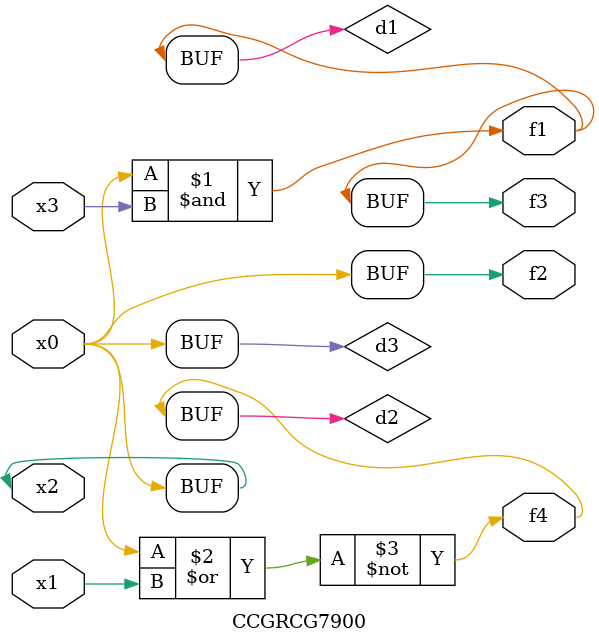
<source format=v>
module CCGRCG7900(
	input x0, x1, x2, x3,
	output f1, f2, f3, f4
);

	wire d1, d2, d3;

	and (d1, x2, x3);
	nor (d2, x0, x1);
	buf (d3, x0, x2);
	assign f1 = d1;
	assign f2 = d3;
	assign f3 = d1;
	assign f4 = d2;
endmodule

</source>
